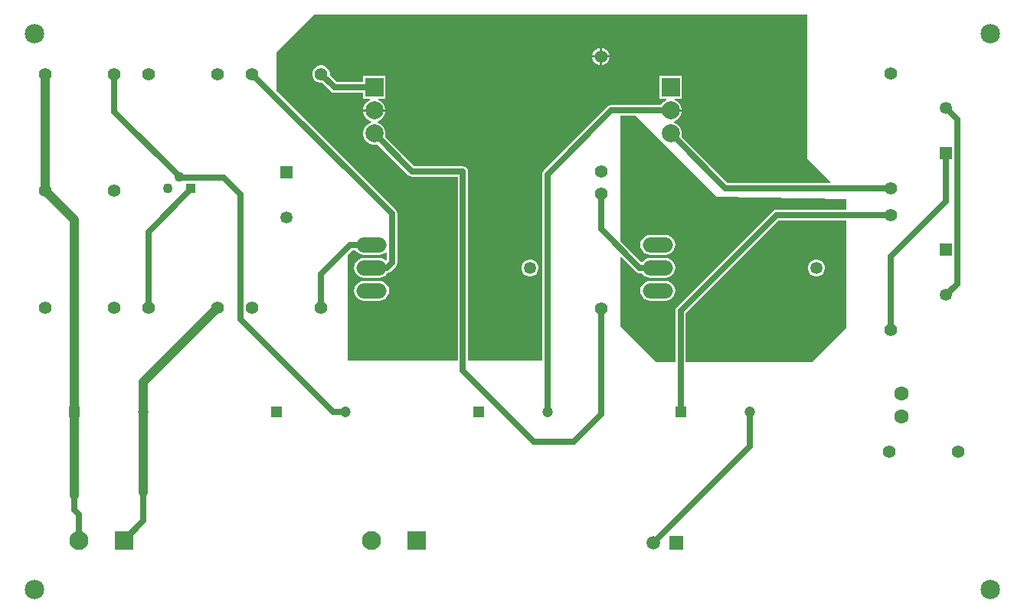
<source format=gtl>
%FSTAX25Y25*%
%MOIN*%
%SFA1B1*%

%IPPOS*%
%ADD18C,0.043307*%
%ADD19R,0.043307X0.043307*%
%ADD22C,0.078740*%
%ADD23R,0.078740X0.078740*%
%ADD34C,0.025000*%
%ADD35C,0.040000*%
%ADD36C,0.085000*%
%ADD37C,0.053150*%
%ADD38O,0.132000X0.066000*%
%ADD39C,0.055118*%
%ADD40C,0.062992*%
%ADD41C,0.053150*%
%ADD42R,0.053150X0.053150*%
%ADD43R,0.047244X0.047244*%
%ADD44C,0.047244*%
%ADD45R,0.082677X0.082677*%
%ADD46C,0.082677*%
%ADD47R,0.059055X0.059055*%
%ADD48C,0.059055*%
%LNhigh_fre_amp-1*%
%LPD*%
G36*
X0371Y02245D02*
X0381083Y0214416D01*
X0380891Y0213955*
X033625*
X0316216Y0233988*
X0316437Y023481*
Y023611*
X03161Y0237366*
X031545Y0238492*
X0314531Y0239411*
X0313405Y0240061*
X0312807Y0240221*
Y0240738*
X0313405Y0240899*
X0314531Y0241549*
X031545Y0242468*
X03161Y0243594*
X0316437Y024485*
Y0245*
X03115*
Y0246*
X0316437*
Y024615*
X03161Y0247405*
X031545Y0248531*
X0314531Y024945*
X0313405Y02501*
X0313398Y0250102*
X0313464Y0250602*
X0316437*
Y0260476*
X0306562*
Y0250602*
X0309535*
X0309601Y0250102*
X0309594Y02501*
X0308468Y024945*
X0307549Y0248531*
X0307123Y0247794*
X02856*
X0284722Y0247619*
X0283977Y0247122*
X0256254Y0219398*
X0255757Y0218654*
X0255582Y0217776*
Y01365*
X0223394*
Y0218917*
X0223219Y0219795*
X0222722Y0220539*
X0221977Y0221036*
X02211Y0221211*
X0199993*
X0187216Y0233988*
X0187437Y023481*
Y023611*
X01871Y0237366*
X018645Y0238492*
X0185531Y0239411*
X0184405Y0240061*
X0183807Y0240221*
Y0240738*
X0184405Y0240899*
X0185531Y0241549*
X018645Y0242468*
X01871Y0243594*
X0187437Y024485*
Y0245*
X0177562*
Y024485*
X0177899Y0243594*
X0178549Y0242468*
X0179468Y0241549*
X0180594Y0240899*
X0181192Y0240738*
Y0240221*
X0180594Y0240061*
X0179468Y0239411*
X0178549Y0238492*
X0177899Y0237366*
X0177562Y023611*
Y023481*
X0177899Y0233555*
X0178549Y0232429*
X0179468Y023151*
X0180594Y023086*
X018185Y0230523*
X018315*
X0183972Y0230744*
X0197421Y0217294*
X0198165Y0216797*
X0199043Y0216623*
X0218805*
Y01365*
X0171*
Y0182755*
X017295Y0184705*
X0174413*
X0175006Y0183933*
X0175905Y0183244*
X0176951Y018281*
X0178073Y0182662*
X0184673*
X0185796Y018281*
X0186842Y0183244*
X0187505Y0183753*
X0188005Y0183506*
Y0180493*
X0187507Y0180244*
X0186842Y0180755*
X0185796Y0181189*
X0184673Y0181337*
X0178073*
X0176951Y0181189*
X0175905Y0180755*
X0175006Y0180066*
X0174317Y0179168*
X0173884Y0178122*
X0173736Y0177*
X0173884Y0175877*
X0174317Y0174831*
X0175006Y0173933*
X0175905Y0173244*
X0176951Y017281*
X0178073Y0172662*
X0184673*
X0185796Y017281*
X0186842Y0173244*
X018774Y0173933*
X0188393Y0174784*
X0188877Y017488*
X0189622Y0175377*
X0191922Y0177677*
X0192419Y0178422*
X0192594Y01793*
Y0200523*
X0192419Y0201401*
X0191922Y0202145*
X014Y0254067*
Y0271*
X01562Y02872*
X0371*
Y02245*
G37*
G36*
X03315Y0208D02*
X0388Y0206944D01*
Y0202294*
X03575*
X0356622Y0202119*
X0355877Y0201622*
X0314192Y0159936*
X0313695Y0159192*
X031352Y0158314*
Y0136*
X0305*
X02895Y01515*
Y0181602*
X0289961Y0181793*
X0296377Y0175377*
X0297122Y017488*
X0298Y0174705*
X0298971*
X0299564Y0173933*
X0300462Y0173244*
X0301508Y017281*
X030263Y0172662*
X030923*
X0310353Y017281*
X0311399Y0173244*
X0312297Y0173933*
X0312987Y0174831*
X031342Y0175877*
X0313567Y0177*
X031342Y0178122*
X0312987Y0179168*
X0312297Y0180066*
X0311399Y0180755*
X0310353Y0181189*
X030923Y0181337*
X030263*
X0301508Y0181189*
X0300462Y0180755*
X0299564Y0180066*
X0299268Y0179682*
X0298605Y0179638*
X02895Y0188744*
Y0243205*
X0296294*
X03315Y0208*
G37*
G36*
X0388Y0151D02*
X0373Y0136D01*
X0318108*
Y0157364*
X035845Y0197705*
X0388*
Y0151*
G37*
%LNhigh_fre_amp-2*%
%LPC*%
G36*
X0281635Y0272754D02*
Y02695D01*
X0284889*
X0284635Y0270449*
X028414Y0271306*
X0283441Y0272005*
X0282585Y02725*
X0281635Y0272754*
G37*
G36*
X0280635D02*
X0279685Y02725D01*
X0278829Y0272005*
X0278129Y0271306*
X0277635Y0270449*
X0277381Y02695*
X0280635*
Y0272754*
G37*
G36*
X0284889Y02685D02*
X0281635D01*
Y0265245*
X0282585Y02655*
X0283441Y0265994*
X028414Y0266693*
X0284635Y026755*
X0284889Y02685*
G37*
G36*
X0280635D02*
X0277381D01*
X0277635Y026755*
X0278129Y0266693*
X0278829Y0265994*
X0279685Y02655*
X0280635Y0265245*
Y02685*
G37*
G36*
X0159894Y0265179D02*
X0158905D01*
X015795Y0264923*
X0157093Y0264428*
X0156394Y0263729*
X01559Y0262872*
X0155644Y0261917*
Y0260928*
X01559Y0259973*
X0156394Y0259116*
X0157093Y0258417*
X015795Y0257923*
X0158905Y0257667*
X0159894*
X0159907Y025767*
X0163661Y0253917*
X0164405Y025342*
X0165283Y0253245*
X0177562*
Y0250602*
X0180535*
X0180601Y0250102*
X0180594Y02501*
X0179468Y024945*
X0178549Y0248531*
X0177899Y0247405*
X0177562Y024615*
Y0246*
X0187437*
Y024615*
X01871Y0247405*
X018645Y0248531*
X0185531Y024945*
X0184405Y02501*
X0184398Y0250102*
X0184464Y0250602*
X0187437*
Y0260476*
X0177562*
Y0257833*
X0166233*
X0163152Y0260915*
X0163155Y0260928*
Y0261917*
X01629Y0262872*
X0162405Y0263729*
X0161706Y0264428*
X0160849Y0264923*
X0159894Y0265179*
G37*
G36*
X0250855Y0180657D02*
X0249892D01*
X0248961Y0180408*
X0248127Y0179926*
X0247446Y0179245*
X0246965Y0178411*
X0246716Y0177481*
Y0176518*
X0246965Y0175588*
X0247446Y0174754*
X0248127Y0174073*
X0248961Y0173591*
X0249892Y0173342*
X0250855*
X0251785Y0173591*
X0252619Y0174073*
X02533Y0174754*
X0253781Y0175588*
X0254031Y0176518*
Y0177481*
X0253781Y0178411*
X02533Y0179245*
X0252619Y0179926*
X0251785Y0180408*
X0250855Y0180657*
G37*
G36*
X0184673Y0171337D02*
X0178073D01*
X0176951Y0171189*
X0175905Y0170755*
X0175006Y0170066*
X0174317Y0169168*
X0173884Y0168122*
X0173736Y0167*
X0173884Y0165877*
X0174317Y0164831*
X0175006Y0163933*
X0175905Y0163244*
X0176951Y016281*
X0178073Y0162662*
X0184673*
X0185796Y016281*
X0186842Y0163244*
X018774Y0163933*
X0188429Y0164831*
X0188862Y0165877*
X018901Y0167*
X0188862Y0168122*
X0188429Y0169168*
X018774Y0170066*
X0186842Y0170755*
X0185796Y0171189*
X0184673Y0171337*
G37*
G36*
X030923Y0191337D02*
X030263D01*
X0301508Y0191189*
X0300462Y0190755*
X0299564Y0190066*
X0298874Y0189168*
X0298441Y0188122*
X0298293Y0187*
X0298441Y0185877*
X0298874Y0184831*
X0299564Y0183933*
X0300462Y0183244*
X0301508Y018281*
X030263Y0182662*
X030923*
X0310353Y018281*
X0311399Y0183244*
X0312297Y0183933*
X0312987Y0184831*
X031342Y0185877*
X0313567Y0187*
X031342Y0188122*
X0312987Y0189168*
X0312297Y0190066*
X0311399Y0190755*
X0310353Y0191189*
X030923Y0191337*
G37*
G36*
Y0171337D02*
X030263D01*
X0301508Y0171189*
X0300462Y0170755*
X0299564Y0170066*
X0298874Y0169168*
X0298441Y0168122*
X0298293Y0167*
X0298441Y0165877*
X0298874Y0164831*
X0299564Y0163933*
X0300462Y0163244*
X0301508Y016281*
X030263Y0162662*
X030923*
X0310353Y016281*
X0311399Y0163244*
X0312297Y0163933*
X0312987Y0164831*
X031342Y0165877*
X0313567Y0167*
X031342Y0168122*
X0312987Y0169168*
X0312297Y0170066*
X0311399Y0170755*
X0310353Y0171189*
X030923Y0171337*
G37*
G36*
X0375412Y0180657D02*
X0374449D01*
X0373518Y0180408*
X0372685Y0179926*
X0372003Y0179245*
X0371522Y0178411*
X0371273Y0177481*
Y0176518*
X0371522Y0175588*
X0372003Y0174754*
X0372685Y0174073*
X0373518Y0173591*
X0374449Y0173342*
X0375412*
X0376342Y0173591*
X0377176Y0174073*
X0377857Y0174754*
X0378338Y0175588*
X0378588Y0176518*
Y0177481*
X0378338Y0178411*
X0377857Y0179245*
X0377176Y0179926*
X0376342Y0180408*
X0375412Y0180657*
G37*
%LNhigh_fre_amp-3*%
%LPD*%
G54D18*
X00975Y02165D03*
X00925Y02115D03*
G54D19*
X01025Y02115D03*
G54D22*
X03115Y023546D03*
Y02455D03*
X01825Y023546D03*
Y02455D03*
G54D23*
X03115Y0255539D03*
X01825D03*
G54D34*
X00975Y02165D02*
Y0216837D01*
X006937Y0244966D02*
X00975Y0216837D01*
X0102098Y0210486D02*
X0102974Y0211362D01*
X0172Y0187D02*
X0181373D01*
X01825Y023546D02*
X0199043Y0218917D01*
X02211*
X01594Y0261423D02*
X0165283Y0255539D01*
X01825*
X01294Y0261423D02*
X01903Y0200523D01*
Y01793D02*
Y0200523D01*
X0181373Y0177D02*
X0188D01*
X01903Y01793*
X0335299Y0211661D02*
X0407388D01*
X03115Y023546D02*
X0335299Y0211661D01*
X0257876Y0217776D02*
X02856Y02455D01*
X03115*
X0073542Y0058359D02*
X0082Y0066817D01*
Y0079417*
X0052Y0071462D02*
Y0077921D01*
X0053857Y0058359D02*
Y0069605D01*
X0052Y0071462D02*
X0053857Y0069605D01*
X0257876Y0114173D02*
Y0217776D01*
X0084385Y0159643D02*
Y0192772D01*
X0102098Y0210486D02*
D01*
X0084385Y0192772D02*
X0102098Y0210486D01*
X0298Y0177D02*
X030593D01*
X0281135Y0193864D02*
X0298Y0177D01*
X0281135Y0193864D02*
Y0209405D01*
X0345814Y0099149D02*
Y0114173D01*
X030404Y0057375D02*
X0345814Y0099149D01*
X0281135Y0113135D02*
Y0159405D01*
X02693Y01013D02*
X0281135Y0113135D01*
X0252Y01013D02*
X02693D01*
X02211Y01322D02*
X0252Y01013D01*
X02211Y01322D02*
Y0218917D01*
X0097974Y0216362D02*
X0117D01*
X01243Y0209062*
Y01546D02*
Y0209062D01*
Y01546D02*
X0164726Y0114173D01*
X0169938*
X03575Y02D02*
X0407388D01*
X0315814Y0158314D02*
X03575Y02D01*
X0315814Y0114173D02*
Y0158314D01*
X01594Y01744D02*
X0172Y0187D01*
X01594Y0159643D02*
Y01744D01*
X006937Y0244966D02*
Y0261423D01*
X0431388Y02058D02*
Y0226818D01*
X0407388Y01818D02*
X0431388Y02058D01*
X0407388Y015D02*
Y01818D01*
X0431388Y0165157D02*
X04363Y0170069D01*
Y0241591*
X0431388Y0246503D02*
X04363Y0241591D01*
G54D35*
X0082Y0079417D02*
Y0114173D01*
X0052Y0077921D02*
Y0114173D01*
Y0197903*
X003937Y0210533D02*
X0052Y0197903D01*
X0082Y0114173D02*
Y0127258D01*
X0114385Y0159643*
X003937Y0210533D02*
Y0261423D01*
G54D36*
X00345Y02791D03*
X04506Y00369D03*
X00345D03*
X04506Y02791D03*
G54D37*
X0250373Y0177D03*
X037493D03*
G54D38*
X0181373Y0167D03*
Y0177D03*
Y0187D03*
X030593D03*
Y0177D03*
Y0167D03*
G54D39*
X0281135Y0209405D03*
Y0159405D03*
X003937Y0159643D03*
X006937D03*
X0084385D03*
X0114385D03*
X01594D03*
X01294D03*
X04065Y0097025D03*
X04365D03*
X0407388Y0261661D03*
Y0211661D03*
Y015D03*
Y02D03*
X0281135Y0219D03*
Y0269D03*
X003937Y0210533D03*
X006937D03*
X0084385Y0261423D03*
X0114385D03*
X003937D03*
X006937D03*
X01294D03*
X01594D03*
G54D40*
X0412043Y01224D03*
Y01124D03*
G54D41*
X0431388Y0246503D03*
Y0165157D03*
X01444Y0198957D03*
G54D42*
X0431388Y0226818D03*
Y0184842D03*
X01444Y0218642D03*
G54D43*
X0139938Y0114173D03*
X0227876D03*
X0315814D03*
X0052D03*
G54D44*
X0169938Y0114173D03*
X0257876D03*
X0345814D03*
X0082D03*
G54D45*
X0073542Y0058359D03*
X0200983D03*
G54D46*
X0053857Y0058359D03*
X0181298D03*
G54D47*
X031404Y0057375D03*
G54D48*
X030404Y0057375D03*
M02*
</source>
